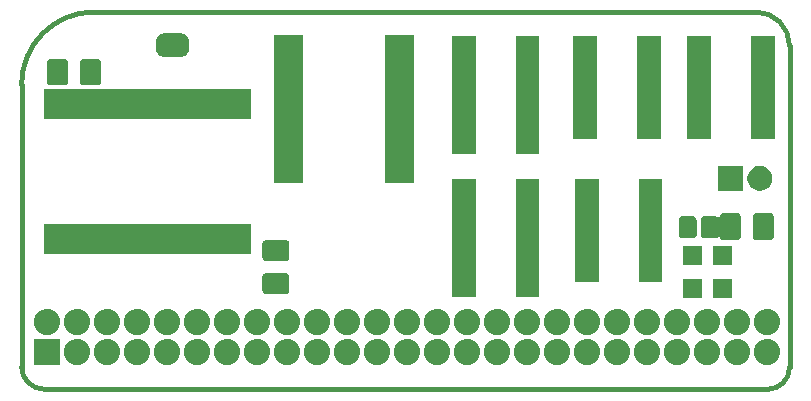
<source format=gts>
G04 #@! TF.GenerationSoftware,KiCad,Pcbnew,5.0.2+dfsg1-1*
G04 #@! TF.CreationDate,2021-03-03T18:09:01+01:00*
G04 #@! TF.ProjectId,nova,6e6f7661-2e6b-4696-9361-645f70636258,2020*
G04 #@! TF.SameCoordinates,Original*
G04 #@! TF.FileFunction,Soldermask,Top*
G04 #@! TF.FilePolarity,Negative*
%FSLAX46Y46*%
G04 Gerber Fmt 4.6, Leading zero omitted, Abs format (unit mm)*
G04 Created by KiCad (PCBNEW 5.0.2+dfsg1-1) date mer. 03 mars 2021 18:09:01 CET*
%MOMM*%
%LPD*%
G01*
G04 APERTURE LIST*
%ADD10C,0.381000*%
%ADD11C,0.150000*%
G04 APERTURE END LIST*
D10*
X112014000Y-68262500D02*
G75*
G02X110172500Y-70104000I-1841500J0D01*
G01*
X48895000Y-70104000D02*
G75*
G02X46990000Y-68199000I0J1905000D01*
G01*
X109156500Y-38163500D02*
G75*
G02X112014000Y-41021000I0J-2857500D01*
G01*
X46990000Y-44323000D02*
G75*
G02X53149500Y-38163500I6159500J0D01*
G01*
X110172500Y-70104000D02*
X48895000Y-70104000D01*
X112014000Y-41021000D02*
X112014000Y-68262500D01*
X53149500Y-38163500D02*
X109156500Y-38163500D01*
X46990000Y-68199000D02*
X46990000Y-44323000D01*
D11*
G36*
X50253000Y-68033000D02*
X48045000Y-68033000D01*
X48045000Y-65825000D01*
X50253000Y-65825000D01*
X50253000Y-68033000D01*
X50253000Y-68033000D01*
G37*
G36*
X97625423Y-65840974D02*
X97833526Y-65904102D01*
X98025313Y-66006614D01*
X98193423Y-66144577D01*
X98331386Y-66312687D01*
X98433898Y-66504474D01*
X98497026Y-66712577D01*
X98518341Y-66929000D01*
X98497026Y-67145423D01*
X98433898Y-67353526D01*
X98331386Y-67545313D01*
X98193423Y-67713423D01*
X98025313Y-67851386D01*
X97833526Y-67953898D01*
X97625423Y-68017026D01*
X97463231Y-68033000D01*
X97354769Y-68033000D01*
X97192577Y-68017026D01*
X96984474Y-67953898D01*
X96792687Y-67851386D01*
X96624577Y-67713423D01*
X96486614Y-67545313D01*
X96384102Y-67353526D01*
X96320974Y-67145423D01*
X96299659Y-66929000D01*
X96320974Y-66712577D01*
X96384102Y-66504474D01*
X96486614Y-66312687D01*
X96624577Y-66144577D01*
X96792687Y-66006614D01*
X96984474Y-65904102D01*
X97192577Y-65840974D01*
X97354769Y-65825000D01*
X97463231Y-65825000D01*
X97625423Y-65840974D01*
X97625423Y-65840974D01*
G37*
G36*
X67145423Y-65840974D02*
X67353526Y-65904102D01*
X67545313Y-66006614D01*
X67713423Y-66144577D01*
X67851386Y-66312687D01*
X67953898Y-66504474D01*
X68017026Y-66712577D01*
X68038341Y-66929000D01*
X68017026Y-67145423D01*
X67953898Y-67353526D01*
X67851386Y-67545313D01*
X67713423Y-67713423D01*
X67545313Y-67851386D01*
X67353526Y-67953898D01*
X67145423Y-68017026D01*
X66983231Y-68033000D01*
X66874769Y-68033000D01*
X66712577Y-68017026D01*
X66504474Y-67953898D01*
X66312687Y-67851386D01*
X66144577Y-67713423D01*
X66006614Y-67545313D01*
X65904102Y-67353526D01*
X65840974Y-67145423D01*
X65819659Y-66929000D01*
X65840974Y-66712577D01*
X65904102Y-66504474D01*
X66006614Y-66312687D01*
X66144577Y-66144577D01*
X66312687Y-66006614D01*
X66504474Y-65904102D01*
X66712577Y-65840974D01*
X66874769Y-65825000D01*
X66983231Y-65825000D01*
X67145423Y-65840974D01*
X67145423Y-65840974D01*
G37*
G36*
X69685423Y-65840974D02*
X69893526Y-65904102D01*
X70085313Y-66006614D01*
X70253423Y-66144577D01*
X70391386Y-66312687D01*
X70493898Y-66504474D01*
X70557026Y-66712577D01*
X70578341Y-66929000D01*
X70557026Y-67145423D01*
X70493898Y-67353526D01*
X70391386Y-67545313D01*
X70253423Y-67713423D01*
X70085313Y-67851386D01*
X69893526Y-67953898D01*
X69685423Y-68017026D01*
X69523231Y-68033000D01*
X69414769Y-68033000D01*
X69252577Y-68017026D01*
X69044474Y-67953898D01*
X68852687Y-67851386D01*
X68684577Y-67713423D01*
X68546614Y-67545313D01*
X68444102Y-67353526D01*
X68380974Y-67145423D01*
X68359659Y-66929000D01*
X68380974Y-66712577D01*
X68444102Y-66504474D01*
X68546614Y-66312687D01*
X68684577Y-66144577D01*
X68852687Y-66006614D01*
X69044474Y-65904102D01*
X69252577Y-65840974D01*
X69414769Y-65825000D01*
X69523231Y-65825000D01*
X69685423Y-65840974D01*
X69685423Y-65840974D01*
G37*
G36*
X72225423Y-65840974D02*
X72433526Y-65904102D01*
X72625313Y-66006614D01*
X72793423Y-66144577D01*
X72931386Y-66312687D01*
X73033898Y-66504474D01*
X73097026Y-66712577D01*
X73118341Y-66929000D01*
X73097026Y-67145423D01*
X73033898Y-67353526D01*
X72931386Y-67545313D01*
X72793423Y-67713423D01*
X72625313Y-67851386D01*
X72433526Y-67953898D01*
X72225423Y-68017026D01*
X72063231Y-68033000D01*
X71954769Y-68033000D01*
X71792577Y-68017026D01*
X71584474Y-67953898D01*
X71392687Y-67851386D01*
X71224577Y-67713423D01*
X71086614Y-67545313D01*
X70984102Y-67353526D01*
X70920974Y-67145423D01*
X70899659Y-66929000D01*
X70920974Y-66712577D01*
X70984102Y-66504474D01*
X71086614Y-66312687D01*
X71224577Y-66144577D01*
X71392687Y-66006614D01*
X71584474Y-65904102D01*
X71792577Y-65840974D01*
X71954769Y-65825000D01*
X72063231Y-65825000D01*
X72225423Y-65840974D01*
X72225423Y-65840974D01*
G37*
G36*
X74765423Y-65840974D02*
X74973526Y-65904102D01*
X75165313Y-66006614D01*
X75333423Y-66144577D01*
X75471386Y-66312687D01*
X75573898Y-66504474D01*
X75637026Y-66712577D01*
X75658341Y-66929000D01*
X75637026Y-67145423D01*
X75573898Y-67353526D01*
X75471386Y-67545313D01*
X75333423Y-67713423D01*
X75165313Y-67851386D01*
X74973526Y-67953898D01*
X74765423Y-68017026D01*
X74603231Y-68033000D01*
X74494769Y-68033000D01*
X74332577Y-68017026D01*
X74124474Y-67953898D01*
X73932687Y-67851386D01*
X73764577Y-67713423D01*
X73626614Y-67545313D01*
X73524102Y-67353526D01*
X73460974Y-67145423D01*
X73439659Y-66929000D01*
X73460974Y-66712577D01*
X73524102Y-66504474D01*
X73626614Y-66312687D01*
X73764577Y-66144577D01*
X73932687Y-66006614D01*
X74124474Y-65904102D01*
X74332577Y-65840974D01*
X74494769Y-65825000D01*
X74603231Y-65825000D01*
X74765423Y-65840974D01*
X74765423Y-65840974D01*
G37*
G36*
X77305423Y-65840974D02*
X77513526Y-65904102D01*
X77705313Y-66006614D01*
X77873423Y-66144577D01*
X78011386Y-66312687D01*
X78113898Y-66504474D01*
X78177026Y-66712577D01*
X78198341Y-66929000D01*
X78177026Y-67145423D01*
X78113898Y-67353526D01*
X78011386Y-67545313D01*
X77873423Y-67713423D01*
X77705313Y-67851386D01*
X77513526Y-67953898D01*
X77305423Y-68017026D01*
X77143231Y-68033000D01*
X77034769Y-68033000D01*
X76872577Y-68017026D01*
X76664474Y-67953898D01*
X76472687Y-67851386D01*
X76304577Y-67713423D01*
X76166614Y-67545313D01*
X76064102Y-67353526D01*
X76000974Y-67145423D01*
X75979659Y-66929000D01*
X76000974Y-66712577D01*
X76064102Y-66504474D01*
X76166614Y-66312687D01*
X76304577Y-66144577D01*
X76472687Y-66006614D01*
X76664474Y-65904102D01*
X76872577Y-65840974D01*
X77034769Y-65825000D01*
X77143231Y-65825000D01*
X77305423Y-65840974D01*
X77305423Y-65840974D01*
G37*
G36*
X79845423Y-65840974D02*
X80053526Y-65904102D01*
X80245313Y-66006614D01*
X80413423Y-66144577D01*
X80551386Y-66312687D01*
X80653898Y-66504474D01*
X80717026Y-66712577D01*
X80738341Y-66929000D01*
X80717026Y-67145423D01*
X80653898Y-67353526D01*
X80551386Y-67545313D01*
X80413423Y-67713423D01*
X80245313Y-67851386D01*
X80053526Y-67953898D01*
X79845423Y-68017026D01*
X79683231Y-68033000D01*
X79574769Y-68033000D01*
X79412577Y-68017026D01*
X79204474Y-67953898D01*
X79012687Y-67851386D01*
X78844577Y-67713423D01*
X78706614Y-67545313D01*
X78604102Y-67353526D01*
X78540974Y-67145423D01*
X78519659Y-66929000D01*
X78540974Y-66712577D01*
X78604102Y-66504474D01*
X78706614Y-66312687D01*
X78844577Y-66144577D01*
X79012687Y-66006614D01*
X79204474Y-65904102D01*
X79412577Y-65840974D01*
X79574769Y-65825000D01*
X79683231Y-65825000D01*
X79845423Y-65840974D01*
X79845423Y-65840974D01*
G37*
G36*
X82385423Y-65840974D02*
X82593526Y-65904102D01*
X82785313Y-66006614D01*
X82953423Y-66144577D01*
X83091386Y-66312687D01*
X83193898Y-66504474D01*
X83257026Y-66712577D01*
X83278341Y-66929000D01*
X83257026Y-67145423D01*
X83193898Y-67353526D01*
X83091386Y-67545313D01*
X82953423Y-67713423D01*
X82785313Y-67851386D01*
X82593526Y-67953898D01*
X82385423Y-68017026D01*
X82223231Y-68033000D01*
X82114769Y-68033000D01*
X81952577Y-68017026D01*
X81744474Y-67953898D01*
X81552687Y-67851386D01*
X81384577Y-67713423D01*
X81246614Y-67545313D01*
X81144102Y-67353526D01*
X81080974Y-67145423D01*
X81059659Y-66929000D01*
X81080974Y-66712577D01*
X81144102Y-66504474D01*
X81246614Y-66312687D01*
X81384577Y-66144577D01*
X81552687Y-66006614D01*
X81744474Y-65904102D01*
X81952577Y-65840974D01*
X82114769Y-65825000D01*
X82223231Y-65825000D01*
X82385423Y-65840974D01*
X82385423Y-65840974D01*
G37*
G36*
X84925423Y-65840974D02*
X85133526Y-65904102D01*
X85325313Y-66006614D01*
X85493423Y-66144577D01*
X85631386Y-66312687D01*
X85733898Y-66504474D01*
X85797026Y-66712577D01*
X85818341Y-66929000D01*
X85797026Y-67145423D01*
X85733898Y-67353526D01*
X85631386Y-67545313D01*
X85493423Y-67713423D01*
X85325313Y-67851386D01*
X85133526Y-67953898D01*
X84925423Y-68017026D01*
X84763231Y-68033000D01*
X84654769Y-68033000D01*
X84492577Y-68017026D01*
X84284474Y-67953898D01*
X84092687Y-67851386D01*
X83924577Y-67713423D01*
X83786614Y-67545313D01*
X83684102Y-67353526D01*
X83620974Y-67145423D01*
X83599659Y-66929000D01*
X83620974Y-66712577D01*
X83684102Y-66504474D01*
X83786614Y-66312687D01*
X83924577Y-66144577D01*
X84092687Y-66006614D01*
X84284474Y-65904102D01*
X84492577Y-65840974D01*
X84654769Y-65825000D01*
X84763231Y-65825000D01*
X84925423Y-65840974D01*
X84925423Y-65840974D01*
G37*
G36*
X87465423Y-65840974D02*
X87673526Y-65904102D01*
X87865313Y-66006614D01*
X88033423Y-66144577D01*
X88171386Y-66312687D01*
X88273898Y-66504474D01*
X88337026Y-66712577D01*
X88358341Y-66929000D01*
X88337026Y-67145423D01*
X88273898Y-67353526D01*
X88171386Y-67545313D01*
X88033423Y-67713423D01*
X87865313Y-67851386D01*
X87673526Y-67953898D01*
X87465423Y-68017026D01*
X87303231Y-68033000D01*
X87194769Y-68033000D01*
X87032577Y-68017026D01*
X86824474Y-67953898D01*
X86632687Y-67851386D01*
X86464577Y-67713423D01*
X86326614Y-67545313D01*
X86224102Y-67353526D01*
X86160974Y-67145423D01*
X86139659Y-66929000D01*
X86160974Y-66712577D01*
X86224102Y-66504474D01*
X86326614Y-66312687D01*
X86464577Y-66144577D01*
X86632687Y-66006614D01*
X86824474Y-65904102D01*
X87032577Y-65840974D01*
X87194769Y-65825000D01*
X87303231Y-65825000D01*
X87465423Y-65840974D01*
X87465423Y-65840974D01*
G37*
G36*
X90005423Y-65840974D02*
X90213526Y-65904102D01*
X90405313Y-66006614D01*
X90573423Y-66144577D01*
X90711386Y-66312687D01*
X90813898Y-66504474D01*
X90877026Y-66712577D01*
X90898341Y-66929000D01*
X90877026Y-67145423D01*
X90813898Y-67353526D01*
X90711386Y-67545313D01*
X90573423Y-67713423D01*
X90405313Y-67851386D01*
X90213526Y-67953898D01*
X90005423Y-68017026D01*
X89843231Y-68033000D01*
X89734769Y-68033000D01*
X89572577Y-68017026D01*
X89364474Y-67953898D01*
X89172687Y-67851386D01*
X89004577Y-67713423D01*
X88866614Y-67545313D01*
X88764102Y-67353526D01*
X88700974Y-67145423D01*
X88679659Y-66929000D01*
X88700974Y-66712577D01*
X88764102Y-66504474D01*
X88866614Y-66312687D01*
X89004577Y-66144577D01*
X89172687Y-66006614D01*
X89364474Y-65904102D01*
X89572577Y-65840974D01*
X89734769Y-65825000D01*
X89843231Y-65825000D01*
X90005423Y-65840974D01*
X90005423Y-65840974D01*
G37*
G36*
X92545423Y-65840974D02*
X92753526Y-65904102D01*
X92945313Y-66006614D01*
X93113423Y-66144577D01*
X93251386Y-66312687D01*
X93353898Y-66504474D01*
X93417026Y-66712577D01*
X93438341Y-66929000D01*
X93417026Y-67145423D01*
X93353898Y-67353526D01*
X93251386Y-67545313D01*
X93113423Y-67713423D01*
X92945313Y-67851386D01*
X92753526Y-67953898D01*
X92545423Y-68017026D01*
X92383231Y-68033000D01*
X92274769Y-68033000D01*
X92112577Y-68017026D01*
X91904474Y-67953898D01*
X91712687Y-67851386D01*
X91544577Y-67713423D01*
X91406614Y-67545313D01*
X91304102Y-67353526D01*
X91240974Y-67145423D01*
X91219659Y-66929000D01*
X91240974Y-66712577D01*
X91304102Y-66504474D01*
X91406614Y-66312687D01*
X91544577Y-66144577D01*
X91712687Y-66006614D01*
X91904474Y-65904102D01*
X92112577Y-65840974D01*
X92274769Y-65825000D01*
X92383231Y-65825000D01*
X92545423Y-65840974D01*
X92545423Y-65840974D01*
G37*
G36*
X100165423Y-65840974D02*
X100373526Y-65904102D01*
X100565313Y-66006614D01*
X100733423Y-66144577D01*
X100871386Y-66312687D01*
X100973898Y-66504474D01*
X101037026Y-66712577D01*
X101058341Y-66929000D01*
X101037026Y-67145423D01*
X100973898Y-67353526D01*
X100871386Y-67545313D01*
X100733423Y-67713423D01*
X100565313Y-67851386D01*
X100373526Y-67953898D01*
X100165423Y-68017026D01*
X100003231Y-68033000D01*
X99894769Y-68033000D01*
X99732577Y-68017026D01*
X99524474Y-67953898D01*
X99332687Y-67851386D01*
X99164577Y-67713423D01*
X99026614Y-67545313D01*
X98924102Y-67353526D01*
X98860974Y-67145423D01*
X98839659Y-66929000D01*
X98860974Y-66712577D01*
X98924102Y-66504474D01*
X99026614Y-66312687D01*
X99164577Y-66144577D01*
X99332687Y-66006614D01*
X99524474Y-65904102D01*
X99732577Y-65840974D01*
X99894769Y-65825000D01*
X100003231Y-65825000D01*
X100165423Y-65840974D01*
X100165423Y-65840974D01*
G37*
G36*
X95085423Y-65840974D02*
X95293526Y-65904102D01*
X95485313Y-66006614D01*
X95653423Y-66144577D01*
X95791386Y-66312687D01*
X95893898Y-66504474D01*
X95957026Y-66712577D01*
X95978341Y-66929000D01*
X95957026Y-67145423D01*
X95893898Y-67353526D01*
X95791386Y-67545313D01*
X95653423Y-67713423D01*
X95485313Y-67851386D01*
X95293526Y-67953898D01*
X95085423Y-68017026D01*
X94923231Y-68033000D01*
X94814769Y-68033000D01*
X94652577Y-68017026D01*
X94444474Y-67953898D01*
X94252687Y-67851386D01*
X94084577Y-67713423D01*
X93946614Y-67545313D01*
X93844102Y-67353526D01*
X93780974Y-67145423D01*
X93759659Y-66929000D01*
X93780974Y-66712577D01*
X93844102Y-66504474D01*
X93946614Y-66312687D01*
X94084577Y-66144577D01*
X94252687Y-66006614D01*
X94444474Y-65904102D01*
X94652577Y-65840974D01*
X94814769Y-65825000D01*
X94923231Y-65825000D01*
X95085423Y-65840974D01*
X95085423Y-65840974D01*
G37*
G36*
X51905423Y-65840974D02*
X52113526Y-65904102D01*
X52305313Y-66006614D01*
X52473423Y-66144577D01*
X52611386Y-66312687D01*
X52713898Y-66504474D01*
X52777026Y-66712577D01*
X52798341Y-66929000D01*
X52777026Y-67145423D01*
X52713898Y-67353526D01*
X52611386Y-67545313D01*
X52473423Y-67713423D01*
X52305313Y-67851386D01*
X52113526Y-67953898D01*
X51905423Y-68017026D01*
X51743231Y-68033000D01*
X51634769Y-68033000D01*
X51472577Y-68017026D01*
X51264474Y-67953898D01*
X51072687Y-67851386D01*
X50904577Y-67713423D01*
X50766614Y-67545313D01*
X50664102Y-67353526D01*
X50600974Y-67145423D01*
X50579659Y-66929000D01*
X50600974Y-66712577D01*
X50664102Y-66504474D01*
X50766614Y-66312687D01*
X50904577Y-66144577D01*
X51072687Y-66006614D01*
X51264474Y-65904102D01*
X51472577Y-65840974D01*
X51634769Y-65825000D01*
X51743231Y-65825000D01*
X51905423Y-65840974D01*
X51905423Y-65840974D01*
G37*
G36*
X54445423Y-65840974D02*
X54653526Y-65904102D01*
X54845313Y-66006614D01*
X55013423Y-66144577D01*
X55151386Y-66312687D01*
X55253898Y-66504474D01*
X55317026Y-66712577D01*
X55338341Y-66929000D01*
X55317026Y-67145423D01*
X55253898Y-67353526D01*
X55151386Y-67545313D01*
X55013423Y-67713423D01*
X54845313Y-67851386D01*
X54653526Y-67953898D01*
X54445423Y-68017026D01*
X54283231Y-68033000D01*
X54174769Y-68033000D01*
X54012577Y-68017026D01*
X53804474Y-67953898D01*
X53612687Y-67851386D01*
X53444577Y-67713423D01*
X53306614Y-67545313D01*
X53204102Y-67353526D01*
X53140974Y-67145423D01*
X53119659Y-66929000D01*
X53140974Y-66712577D01*
X53204102Y-66504474D01*
X53306614Y-66312687D01*
X53444577Y-66144577D01*
X53612687Y-66006614D01*
X53804474Y-65904102D01*
X54012577Y-65840974D01*
X54174769Y-65825000D01*
X54283231Y-65825000D01*
X54445423Y-65840974D01*
X54445423Y-65840974D01*
G37*
G36*
X110325423Y-65840974D02*
X110533526Y-65904102D01*
X110725313Y-66006614D01*
X110893423Y-66144577D01*
X111031386Y-66312687D01*
X111133898Y-66504474D01*
X111197026Y-66712577D01*
X111218341Y-66929000D01*
X111197026Y-67145423D01*
X111133898Y-67353526D01*
X111031386Y-67545313D01*
X110893423Y-67713423D01*
X110725313Y-67851386D01*
X110533526Y-67953898D01*
X110325423Y-68017026D01*
X110163231Y-68033000D01*
X110054769Y-68033000D01*
X109892577Y-68017026D01*
X109684474Y-67953898D01*
X109492687Y-67851386D01*
X109324577Y-67713423D01*
X109186614Y-67545313D01*
X109084102Y-67353526D01*
X109020974Y-67145423D01*
X108999659Y-66929000D01*
X109020974Y-66712577D01*
X109084102Y-66504474D01*
X109186614Y-66312687D01*
X109324577Y-66144577D01*
X109492687Y-66006614D01*
X109684474Y-65904102D01*
X109892577Y-65840974D01*
X110054769Y-65825000D01*
X110163231Y-65825000D01*
X110325423Y-65840974D01*
X110325423Y-65840974D01*
G37*
G36*
X56985423Y-65840974D02*
X57193526Y-65904102D01*
X57385313Y-66006614D01*
X57553423Y-66144577D01*
X57691386Y-66312687D01*
X57793898Y-66504474D01*
X57857026Y-66712577D01*
X57878341Y-66929000D01*
X57857026Y-67145423D01*
X57793898Y-67353526D01*
X57691386Y-67545313D01*
X57553423Y-67713423D01*
X57385313Y-67851386D01*
X57193526Y-67953898D01*
X56985423Y-68017026D01*
X56823231Y-68033000D01*
X56714769Y-68033000D01*
X56552577Y-68017026D01*
X56344474Y-67953898D01*
X56152687Y-67851386D01*
X55984577Y-67713423D01*
X55846614Y-67545313D01*
X55744102Y-67353526D01*
X55680974Y-67145423D01*
X55659659Y-66929000D01*
X55680974Y-66712577D01*
X55744102Y-66504474D01*
X55846614Y-66312687D01*
X55984577Y-66144577D01*
X56152687Y-66006614D01*
X56344474Y-65904102D01*
X56552577Y-65840974D01*
X56714769Y-65825000D01*
X56823231Y-65825000D01*
X56985423Y-65840974D01*
X56985423Y-65840974D01*
G37*
G36*
X59525423Y-65840974D02*
X59733526Y-65904102D01*
X59925313Y-66006614D01*
X60093423Y-66144577D01*
X60231386Y-66312687D01*
X60333898Y-66504474D01*
X60397026Y-66712577D01*
X60418341Y-66929000D01*
X60397026Y-67145423D01*
X60333898Y-67353526D01*
X60231386Y-67545313D01*
X60093423Y-67713423D01*
X59925313Y-67851386D01*
X59733526Y-67953898D01*
X59525423Y-68017026D01*
X59363231Y-68033000D01*
X59254769Y-68033000D01*
X59092577Y-68017026D01*
X58884474Y-67953898D01*
X58692687Y-67851386D01*
X58524577Y-67713423D01*
X58386614Y-67545313D01*
X58284102Y-67353526D01*
X58220974Y-67145423D01*
X58199659Y-66929000D01*
X58220974Y-66712577D01*
X58284102Y-66504474D01*
X58386614Y-66312687D01*
X58524577Y-66144577D01*
X58692687Y-66006614D01*
X58884474Y-65904102D01*
X59092577Y-65840974D01*
X59254769Y-65825000D01*
X59363231Y-65825000D01*
X59525423Y-65840974D01*
X59525423Y-65840974D01*
G37*
G36*
X62065423Y-65840974D02*
X62273526Y-65904102D01*
X62465313Y-66006614D01*
X62633423Y-66144577D01*
X62771386Y-66312687D01*
X62873898Y-66504474D01*
X62937026Y-66712577D01*
X62958341Y-66929000D01*
X62937026Y-67145423D01*
X62873898Y-67353526D01*
X62771386Y-67545313D01*
X62633423Y-67713423D01*
X62465313Y-67851386D01*
X62273526Y-67953898D01*
X62065423Y-68017026D01*
X61903231Y-68033000D01*
X61794769Y-68033000D01*
X61632577Y-68017026D01*
X61424474Y-67953898D01*
X61232687Y-67851386D01*
X61064577Y-67713423D01*
X60926614Y-67545313D01*
X60824102Y-67353526D01*
X60760974Y-67145423D01*
X60739659Y-66929000D01*
X60760974Y-66712577D01*
X60824102Y-66504474D01*
X60926614Y-66312687D01*
X61064577Y-66144577D01*
X61232687Y-66006614D01*
X61424474Y-65904102D01*
X61632577Y-65840974D01*
X61794769Y-65825000D01*
X61903231Y-65825000D01*
X62065423Y-65840974D01*
X62065423Y-65840974D01*
G37*
G36*
X64605423Y-65840974D02*
X64813526Y-65904102D01*
X65005313Y-66006614D01*
X65173423Y-66144577D01*
X65311386Y-66312687D01*
X65413898Y-66504474D01*
X65477026Y-66712577D01*
X65498341Y-66929000D01*
X65477026Y-67145423D01*
X65413898Y-67353526D01*
X65311386Y-67545313D01*
X65173423Y-67713423D01*
X65005313Y-67851386D01*
X64813526Y-67953898D01*
X64605423Y-68017026D01*
X64443231Y-68033000D01*
X64334769Y-68033000D01*
X64172577Y-68017026D01*
X63964474Y-67953898D01*
X63772687Y-67851386D01*
X63604577Y-67713423D01*
X63466614Y-67545313D01*
X63364102Y-67353526D01*
X63300974Y-67145423D01*
X63279659Y-66929000D01*
X63300974Y-66712577D01*
X63364102Y-66504474D01*
X63466614Y-66312687D01*
X63604577Y-66144577D01*
X63772687Y-66006614D01*
X63964474Y-65904102D01*
X64172577Y-65840974D01*
X64334769Y-65825000D01*
X64443231Y-65825000D01*
X64605423Y-65840974D01*
X64605423Y-65840974D01*
G37*
G36*
X107785423Y-65840974D02*
X107993526Y-65904102D01*
X108185313Y-66006614D01*
X108353423Y-66144577D01*
X108491386Y-66312687D01*
X108593898Y-66504474D01*
X108657026Y-66712577D01*
X108678341Y-66929000D01*
X108657026Y-67145423D01*
X108593898Y-67353526D01*
X108491386Y-67545313D01*
X108353423Y-67713423D01*
X108185313Y-67851386D01*
X107993526Y-67953898D01*
X107785423Y-68017026D01*
X107623231Y-68033000D01*
X107514769Y-68033000D01*
X107352577Y-68017026D01*
X107144474Y-67953898D01*
X106952687Y-67851386D01*
X106784577Y-67713423D01*
X106646614Y-67545313D01*
X106544102Y-67353526D01*
X106480974Y-67145423D01*
X106459659Y-66929000D01*
X106480974Y-66712577D01*
X106544102Y-66504474D01*
X106646614Y-66312687D01*
X106784577Y-66144577D01*
X106952687Y-66006614D01*
X107144474Y-65904102D01*
X107352577Y-65840974D01*
X107514769Y-65825000D01*
X107623231Y-65825000D01*
X107785423Y-65840974D01*
X107785423Y-65840974D01*
G37*
G36*
X105245423Y-65840974D02*
X105453526Y-65904102D01*
X105645313Y-66006614D01*
X105813423Y-66144577D01*
X105951386Y-66312687D01*
X106053898Y-66504474D01*
X106117026Y-66712577D01*
X106138341Y-66929000D01*
X106117026Y-67145423D01*
X106053898Y-67353526D01*
X105951386Y-67545313D01*
X105813423Y-67713423D01*
X105645313Y-67851386D01*
X105453526Y-67953898D01*
X105245423Y-68017026D01*
X105083231Y-68033000D01*
X104974769Y-68033000D01*
X104812577Y-68017026D01*
X104604474Y-67953898D01*
X104412687Y-67851386D01*
X104244577Y-67713423D01*
X104106614Y-67545313D01*
X104004102Y-67353526D01*
X103940974Y-67145423D01*
X103919659Y-66929000D01*
X103940974Y-66712577D01*
X104004102Y-66504474D01*
X104106614Y-66312687D01*
X104244577Y-66144577D01*
X104412687Y-66006614D01*
X104604474Y-65904102D01*
X104812577Y-65840974D01*
X104974769Y-65825000D01*
X105083231Y-65825000D01*
X105245423Y-65840974D01*
X105245423Y-65840974D01*
G37*
G36*
X102705423Y-65840974D02*
X102913526Y-65904102D01*
X103105313Y-66006614D01*
X103273423Y-66144577D01*
X103411386Y-66312687D01*
X103513898Y-66504474D01*
X103577026Y-66712577D01*
X103598341Y-66929000D01*
X103577026Y-67145423D01*
X103513898Y-67353526D01*
X103411386Y-67545313D01*
X103273423Y-67713423D01*
X103105313Y-67851386D01*
X102913526Y-67953898D01*
X102705423Y-68017026D01*
X102543231Y-68033000D01*
X102434769Y-68033000D01*
X102272577Y-68017026D01*
X102064474Y-67953898D01*
X101872687Y-67851386D01*
X101704577Y-67713423D01*
X101566614Y-67545313D01*
X101464102Y-67353526D01*
X101400974Y-67145423D01*
X101379659Y-66929000D01*
X101400974Y-66712577D01*
X101464102Y-66504474D01*
X101566614Y-66312687D01*
X101704577Y-66144577D01*
X101872687Y-66006614D01*
X102064474Y-65904102D01*
X102272577Y-65840974D01*
X102434769Y-65825000D01*
X102543231Y-65825000D01*
X102705423Y-65840974D01*
X102705423Y-65840974D01*
G37*
G36*
X95085423Y-63300974D02*
X95293526Y-63364102D01*
X95485313Y-63466614D01*
X95653423Y-63604577D01*
X95791386Y-63772687D01*
X95893898Y-63964474D01*
X95957026Y-64172577D01*
X95978341Y-64389000D01*
X95957026Y-64605423D01*
X95893898Y-64813526D01*
X95791386Y-65005313D01*
X95653423Y-65173423D01*
X95485313Y-65311386D01*
X95293526Y-65413898D01*
X95085423Y-65477026D01*
X94923231Y-65493000D01*
X94814769Y-65493000D01*
X94652577Y-65477026D01*
X94444474Y-65413898D01*
X94252687Y-65311386D01*
X94084577Y-65173423D01*
X93946614Y-65005313D01*
X93844102Y-64813526D01*
X93780974Y-64605423D01*
X93759659Y-64389000D01*
X93780974Y-64172577D01*
X93844102Y-63964474D01*
X93946614Y-63772687D01*
X94084577Y-63604577D01*
X94252687Y-63466614D01*
X94444474Y-63364102D01*
X94652577Y-63300974D01*
X94814769Y-63285000D01*
X94923231Y-63285000D01*
X95085423Y-63300974D01*
X95085423Y-63300974D01*
G37*
G36*
X92545423Y-63300974D02*
X92753526Y-63364102D01*
X92945313Y-63466614D01*
X93113423Y-63604577D01*
X93251386Y-63772687D01*
X93353898Y-63964474D01*
X93417026Y-64172577D01*
X93438341Y-64389000D01*
X93417026Y-64605423D01*
X93353898Y-64813526D01*
X93251386Y-65005313D01*
X93113423Y-65173423D01*
X92945313Y-65311386D01*
X92753526Y-65413898D01*
X92545423Y-65477026D01*
X92383231Y-65493000D01*
X92274769Y-65493000D01*
X92112577Y-65477026D01*
X91904474Y-65413898D01*
X91712687Y-65311386D01*
X91544577Y-65173423D01*
X91406614Y-65005313D01*
X91304102Y-64813526D01*
X91240974Y-64605423D01*
X91219659Y-64389000D01*
X91240974Y-64172577D01*
X91304102Y-63964474D01*
X91406614Y-63772687D01*
X91544577Y-63604577D01*
X91712687Y-63466614D01*
X91904474Y-63364102D01*
X92112577Y-63300974D01*
X92274769Y-63285000D01*
X92383231Y-63285000D01*
X92545423Y-63300974D01*
X92545423Y-63300974D01*
G37*
G36*
X62065423Y-63300974D02*
X62273526Y-63364102D01*
X62465313Y-63466614D01*
X62633423Y-63604577D01*
X62771386Y-63772687D01*
X62873898Y-63964474D01*
X62937026Y-64172577D01*
X62958341Y-64389000D01*
X62937026Y-64605423D01*
X62873898Y-64813526D01*
X62771386Y-65005313D01*
X62633423Y-65173423D01*
X62465313Y-65311386D01*
X62273526Y-65413898D01*
X62065423Y-65477026D01*
X61903231Y-65493000D01*
X61794769Y-65493000D01*
X61632577Y-65477026D01*
X61424474Y-65413898D01*
X61232687Y-65311386D01*
X61064577Y-65173423D01*
X60926614Y-65005313D01*
X60824102Y-64813526D01*
X60760974Y-64605423D01*
X60739659Y-64389000D01*
X60760974Y-64172577D01*
X60824102Y-63964474D01*
X60926614Y-63772687D01*
X61064577Y-63604577D01*
X61232687Y-63466614D01*
X61424474Y-63364102D01*
X61632577Y-63300974D01*
X61794769Y-63285000D01*
X61903231Y-63285000D01*
X62065423Y-63300974D01*
X62065423Y-63300974D01*
G37*
G36*
X90005423Y-63300974D02*
X90213526Y-63364102D01*
X90405313Y-63466614D01*
X90573423Y-63604577D01*
X90711386Y-63772687D01*
X90813898Y-63964474D01*
X90877026Y-64172577D01*
X90898341Y-64389000D01*
X90877026Y-64605423D01*
X90813898Y-64813526D01*
X90711386Y-65005313D01*
X90573423Y-65173423D01*
X90405313Y-65311386D01*
X90213526Y-65413898D01*
X90005423Y-65477026D01*
X89843231Y-65493000D01*
X89734769Y-65493000D01*
X89572577Y-65477026D01*
X89364474Y-65413898D01*
X89172687Y-65311386D01*
X89004577Y-65173423D01*
X88866614Y-65005313D01*
X88764102Y-64813526D01*
X88700974Y-64605423D01*
X88679659Y-64389000D01*
X88700974Y-64172577D01*
X88764102Y-63964474D01*
X88866614Y-63772687D01*
X89004577Y-63604577D01*
X89172687Y-63466614D01*
X89364474Y-63364102D01*
X89572577Y-63300974D01*
X89734769Y-63285000D01*
X89843231Y-63285000D01*
X90005423Y-63300974D01*
X90005423Y-63300974D01*
G37*
G36*
X82385423Y-63300974D02*
X82593526Y-63364102D01*
X82785313Y-63466614D01*
X82953423Y-63604577D01*
X83091386Y-63772687D01*
X83193898Y-63964474D01*
X83257026Y-64172577D01*
X83278341Y-64389000D01*
X83257026Y-64605423D01*
X83193898Y-64813526D01*
X83091386Y-65005313D01*
X82953423Y-65173423D01*
X82785313Y-65311386D01*
X82593526Y-65413898D01*
X82385423Y-65477026D01*
X82223231Y-65493000D01*
X82114769Y-65493000D01*
X81952577Y-65477026D01*
X81744474Y-65413898D01*
X81552687Y-65311386D01*
X81384577Y-65173423D01*
X81246614Y-65005313D01*
X81144102Y-64813526D01*
X81080974Y-64605423D01*
X81059659Y-64389000D01*
X81080974Y-64172577D01*
X81144102Y-63964474D01*
X81246614Y-63772687D01*
X81384577Y-63604577D01*
X81552687Y-63466614D01*
X81744474Y-63364102D01*
X81952577Y-63300974D01*
X82114769Y-63285000D01*
X82223231Y-63285000D01*
X82385423Y-63300974D01*
X82385423Y-63300974D01*
G37*
G36*
X87465423Y-63300974D02*
X87673526Y-63364102D01*
X87865313Y-63466614D01*
X88033423Y-63604577D01*
X88171386Y-63772687D01*
X88273898Y-63964474D01*
X88337026Y-64172577D01*
X88358341Y-64389000D01*
X88337026Y-64605423D01*
X88273898Y-64813526D01*
X88171386Y-65005313D01*
X88033423Y-65173423D01*
X87865313Y-65311386D01*
X87673526Y-65413898D01*
X87465423Y-65477026D01*
X87303231Y-65493000D01*
X87194769Y-65493000D01*
X87032577Y-65477026D01*
X86824474Y-65413898D01*
X86632687Y-65311386D01*
X86464577Y-65173423D01*
X86326614Y-65005313D01*
X86224102Y-64813526D01*
X86160974Y-64605423D01*
X86139659Y-64389000D01*
X86160974Y-64172577D01*
X86224102Y-63964474D01*
X86326614Y-63772687D01*
X86464577Y-63604577D01*
X86632687Y-63466614D01*
X86824474Y-63364102D01*
X87032577Y-63300974D01*
X87194769Y-63285000D01*
X87303231Y-63285000D01*
X87465423Y-63300974D01*
X87465423Y-63300974D01*
G37*
G36*
X110325423Y-63300974D02*
X110533526Y-63364102D01*
X110725313Y-63466614D01*
X110893423Y-63604577D01*
X111031386Y-63772687D01*
X111133898Y-63964474D01*
X111197026Y-64172577D01*
X111218341Y-64389000D01*
X111197026Y-64605423D01*
X111133898Y-64813526D01*
X111031386Y-65005313D01*
X110893423Y-65173423D01*
X110725313Y-65311386D01*
X110533526Y-65413898D01*
X110325423Y-65477026D01*
X110163231Y-65493000D01*
X110054769Y-65493000D01*
X109892577Y-65477026D01*
X109684474Y-65413898D01*
X109492687Y-65311386D01*
X109324577Y-65173423D01*
X109186614Y-65005313D01*
X109084102Y-64813526D01*
X109020974Y-64605423D01*
X108999659Y-64389000D01*
X109020974Y-64172577D01*
X109084102Y-63964474D01*
X109186614Y-63772687D01*
X109324577Y-63604577D01*
X109492687Y-63466614D01*
X109684474Y-63364102D01*
X109892577Y-63300974D01*
X110054769Y-63285000D01*
X110163231Y-63285000D01*
X110325423Y-63300974D01*
X110325423Y-63300974D01*
G37*
G36*
X59525423Y-63300974D02*
X59733526Y-63364102D01*
X59925313Y-63466614D01*
X60093423Y-63604577D01*
X60231386Y-63772687D01*
X60333898Y-63964474D01*
X60397026Y-64172577D01*
X60418341Y-64389000D01*
X60397026Y-64605423D01*
X60333898Y-64813526D01*
X60231386Y-65005313D01*
X60093423Y-65173423D01*
X59925313Y-65311386D01*
X59733526Y-65413898D01*
X59525423Y-65477026D01*
X59363231Y-65493000D01*
X59254769Y-65493000D01*
X59092577Y-65477026D01*
X58884474Y-65413898D01*
X58692687Y-65311386D01*
X58524577Y-65173423D01*
X58386614Y-65005313D01*
X58284102Y-64813526D01*
X58220974Y-64605423D01*
X58199659Y-64389000D01*
X58220974Y-64172577D01*
X58284102Y-63964474D01*
X58386614Y-63772687D01*
X58524577Y-63604577D01*
X58692687Y-63466614D01*
X58884474Y-63364102D01*
X59092577Y-63300974D01*
X59254769Y-63285000D01*
X59363231Y-63285000D01*
X59525423Y-63300974D01*
X59525423Y-63300974D01*
G37*
G36*
X56985423Y-63300974D02*
X57193526Y-63364102D01*
X57385313Y-63466614D01*
X57553423Y-63604577D01*
X57691386Y-63772687D01*
X57793898Y-63964474D01*
X57857026Y-64172577D01*
X57878341Y-64389000D01*
X57857026Y-64605423D01*
X57793898Y-64813526D01*
X57691386Y-65005313D01*
X57553423Y-65173423D01*
X57385313Y-65311386D01*
X57193526Y-65413898D01*
X56985423Y-65477026D01*
X56823231Y-65493000D01*
X56714769Y-65493000D01*
X56552577Y-65477026D01*
X56344474Y-65413898D01*
X56152687Y-65311386D01*
X55984577Y-65173423D01*
X55846614Y-65005313D01*
X55744102Y-64813526D01*
X55680974Y-64605423D01*
X55659659Y-64389000D01*
X55680974Y-64172577D01*
X55744102Y-63964474D01*
X55846614Y-63772687D01*
X55984577Y-63604577D01*
X56152687Y-63466614D01*
X56344474Y-63364102D01*
X56552577Y-63300974D01*
X56714769Y-63285000D01*
X56823231Y-63285000D01*
X56985423Y-63300974D01*
X56985423Y-63300974D01*
G37*
G36*
X54445423Y-63300974D02*
X54653526Y-63364102D01*
X54845313Y-63466614D01*
X55013423Y-63604577D01*
X55151386Y-63772687D01*
X55253898Y-63964474D01*
X55317026Y-64172577D01*
X55338341Y-64389000D01*
X55317026Y-64605423D01*
X55253898Y-64813526D01*
X55151386Y-65005313D01*
X55013423Y-65173423D01*
X54845313Y-65311386D01*
X54653526Y-65413898D01*
X54445423Y-65477026D01*
X54283231Y-65493000D01*
X54174769Y-65493000D01*
X54012577Y-65477026D01*
X53804474Y-65413898D01*
X53612687Y-65311386D01*
X53444577Y-65173423D01*
X53306614Y-65005313D01*
X53204102Y-64813526D01*
X53140974Y-64605423D01*
X53119659Y-64389000D01*
X53140974Y-64172577D01*
X53204102Y-63964474D01*
X53306614Y-63772687D01*
X53444577Y-63604577D01*
X53612687Y-63466614D01*
X53804474Y-63364102D01*
X54012577Y-63300974D01*
X54174769Y-63285000D01*
X54283231Y-63285000D01*
X54445423Y-63300974D01*
X54445423Y-63300974D01*
G37*
G36*
X51905423Y-63300974D02*
X52113526Y-63364102D01*
X52305313Y-63466614D01*
X52473423Y-63604577D01*
X52611386Y-63772687D01*
X52713898Y-63964474D01*
X52777026Y-64172577D01*
X52798341Y-64389000D01*
X52777026Y-64605423D01*
X52713898Y-64813526D01*
X52611386Y-65005313D01*
X52473423Y-65173423D01*
X52305313Y-65311386D01*
X52113526Y-65413898D01*
X51905423Y-65477026D01*
X51743231Y-65493000D01*
X51634769Y-65493000D01*
X51472577Y-65477026D01*
X51264474Y-65413898D01*
X51072687Y-65311386D01*
X50904577Y-65173423D01*
X50766614Y-65005313D01*
X50664102Y-64813526D01*
X50600974Y-64605423D01*
X50579659Y-64389000D01*
X50600974Y-64172577D01*
X50664102Y-63964474D01*
X50766614Y-63772687D01*
X50904577Y-63604577D01*
X51072687Y-63466614D01*
X51264474Y-63364102D01*
X51472577Y-63300974D01*
X51634769Y-63285000D01*
X51743231Y-63285000D01*
X51905423Y-63300974D01*
X51905423Y-63300974D01*
G37*
G36*
X49365423Y-63300974D02*
X49573526Y-63364102D01*
X49765313Y-63466614D01*
X49933423Y-63604577D01*
X50071386Y-63772687D01*
X50173898Y-63964474D01*
X50237026Y-64172577D01*
X50258341Y-64389000D01*
X50237026Y-64605423D01*
X50173898Y-64813526D01*
X50071386Y-65005313D01*
X49933423Y-65173423D01*
X49765313Y-65311386D01*
X49573526Y-65413898D01*
X49365423Y-65477026D01*
X49203231Y-65493000D01*
X49094769Y-65493000D01*
X48932577Y-65477026D01*
X48724474Y-65413898D01*
X48532687Y-65311386D01*
X48364577Y-65173423D01*
X48226614Y-65005313D01*
X48124102Y-64813526D01*
X48060974Y-64605423D01*
X48039659Y-64389000D01*
X48060974Y-64172577D01*
X48124102Y-63964474D01*
X48226614Y-63772687D01*
X48364577Y-63604577D01*
X48532687Y-63466614D01*
X48724474Y-63364102D01*
X48932577Y-63300974D01*
X49094769Y-63285000D01*
X49203231Y-63285000D01*
X49365423Y-63300974D01*
X49365423Y-63300974D01*
G37*
G36*
X84925423Y-63300974D02*
X85133526Y-63364102D01*
X85325313Y-63466614D01*
X85493423Y-63604577D01*
X85631386Y-63772687D01*
X85733898Y-63964474D01*
X85797026Y-64172577D01*
X85818341Y-64389000D01*
X85797026Y-64605423D01*
X85733898Y-64813526D01*
X85631386Y-65005313D01*
X85493423Y-65173423D01*
X85325313Y-65311386D01*
X85133526Y-65413898D01*
X84925423Y-65477026D01*
X84763231Y-65493000D01*
X84654769Y-65493000D01*
X84492577Y-65477026D01*
X84284474Y-65413898D01*
X84092687Y-65311386D01*
X83924577Y-65173423D01*
X83786614Y-65005313D01*
X83684102Y-64813526D01*
X83620974Y-64605423D01*
X83599659Y-64389000D01*
X83620974Y-64172577D01*
X83684102Y-63964474D01*
X83786614Y-63772687D01*
X83924577Y-63604577D01*
X84092687Y-63466614D01*
X84284474Y-63364102D01*
X84492577Y-63300974D01*
X84654769Y-63285000D01*
X84763231Y-63285000D01*
X84925423Y-63300974D01*
X84925423Y-63300974D01*
G37*
G36*
X79845423Y-63300974D02*
X80053526Y-63364102D01*
X80245313Y-63466614D01*
X80413423Y-63604577D01*
X80551386Y-63772687D01*
X80653898Y-63964474D01*
X80717026Y-64172577D01*
X80738341Y-64389000D01*
X80717026Y-64605423D01*
X80653898Y-64813526D01*
X80551386Y-65005313D01*
X80413423Y-65173423D01*
X80245313Y-65311386D01*
X80053526Y-65413898D01*
X79845423Y-65477026D01*
X79683231Y-65493000D01*
X79574769Y-65493000D01*
X79412577Y-65477026D01*
X79204474Y-65413898D01*
X79012687Y-65311386D01*
X78844577Y-65173423D01*
X78706614Y-65005313D01*
X78604102Y-64813526D01*
X78540974Y-64605423D01*
X78519659Y-64389000D01*
X78540974Y-64172577D01*
X78604102Y-63964474D01*
X78706614Y-63772687D01*
X78844577Y-63604577D01*
X79012687Y-63466614D01*
X79204474Y-63364102D01*
X79412577Y-63300974D01*
X79574769Y-63285000D01*
X79683231Y-63285000D01*
X79845423Y-63300974D01*
X79845423Y-63300974D01*
G37*
G36*
X64605423Y-63300974D02*
X64813526Y-63364102D01*
X65005313Y-63466614D01*
X65173423Y-63604577D01*
X65311386Y-63772687D01*
X65413898Y-63964474D01*
X65477026Y-64172577D01*
X65498341Y-64389000D01*
X65477026Y-64605423D01*
X65413898Y-64813526D01*
X65311386Y-65005313D01*
X65173423Y-65173423D01*
X65005313Y-65311386D01*
X64813526Y-65413898D01*
X64605423Y-65477026D01*
X64443231Y-65493000D01*
X64334769Y-65493000D01*
X64172577Y-65477026D01*
X63964474Y-65413898D01*
X63772687Y-65311386D01*
X63604577Y-65173423D01*
X63466614Y-65005313D01*
X63364102Y-64813526D01*
X63300974Y-64605423D01*
X63279659Y-64389000D01*
X63300974Y-64172577D01*
X63364102Y-63964474D01*
X63466614Y-63772687D01*
X63604577Y-63604577D01*
X63772687Y-63466614D01*
X63964474Y-63364102D01*
X64172577Y-63300974D01*
X64334769Y-63285000D01*
X64443231Y-63285000D01*
X64605423Y-63300974D01*
X64605423Y-63300974D01*
G37*
G36*
X67145423Y-63300974D02*
X67353526Y-63364102D01*
X67545313Y-63466614D01*
X67713423Y-63604577D01*
X67851386Y-63772687D01*
X67953898Y-63964474D01*
X68017026Y-64172577D01*
X68038341Y-64389000D01*
X68017026Y-64605423D01*
X67953898Y-64813526D01*
X67851386Y-65005313D01*
X67713423Y-65173423D01*
X67545313Y-65311386D01*
X67353526Y-65413898D01*
X67145423Y-65477026D01*
X66983231Y-65493000D01*
X66874769Y-65493000D01*
X66712577Y-65477026D01*
X66504474Y-65413898D01*
X66312687Y-65311386D01*
X66144577Y-65173423D01*
X66006614Y-65005313D01*
X65904102Y-64813526D01*
X65840974Y-64605423D01*
X65819659Y-64389000D01*
X65840974Y-64172577D01*
X65904102Y-63964474D01*
X66006614Y-63772687D01*
X66144577Y-63604577D01*
X66312687Y-63466614D01*
X66504474Y-63364102D01*
X66712577Y-63300974D01*
X66874769Y-63285000D01*
X66983231Y-63285000D01*
X67145423Y-63300974D01*
X67145423Y-63300974D01*
G37*
G36*
X107785423Y-63300974D02*
X107993526Y-63364102D01*
X108185313Y-63466614D01*
X108353423Y-63604577D01*
X108491386Y-63772687D01*
X108593898Y-63964474D01*
X108657026Y-64172577D01*
X108678341Y-64389000D01*
X108657026Y-64605423D01*
X108593898Y-64813526D01*
X108491386Y-65005313D01*
X108353423Y-65173423D01*
X108185313Y-65311386D01*
X107993526Y-65413898D01*
X107785423Y-65477026D01*
X107623231Y-65493000D01*
X107514769Y-65493000D01*
X107352577Y-65477026D01*
X107144474Y-65413898D01*
X106952687Y-65311386D01*
X106784577Y-65173423D01*
X106646614Y-65005313D01*
X106544102Y-64813526D01*
X106480974Y-64605423D01*
X106459659Y-64389000D01*
X106480974Y-64172577D01*
X106544102Y-63964474D01*
X106646614Y-63772687D01*
X106784577Y-63604577D01*
X106952687Y-63466614D01*
X107144474Y-63364102D01*
X107352577Y-63300974D01*
X107514769Y-63285000D01*
X107623231Y-63285000D01*
X107785423Y-63300974D01*
X107785423Y-63300974D01*
G37*
G36*
X69685423Y-63300974D02*
X69893526Y-63364102D01*
X70085313Y-63466614D01*
X70253423Y-63604577D01*
X70391386Y-63772687D01*
X70493898Y-63964474D01*
X70557026Y-64172577D01*
X70578341Y-64389000D01*
X70557026Y-64605423D01*
X70493898Y-64813526D01*
X70391386Y-65005313D01*
X70253423Y-65173423D01*
X70085313Y-65311386D01*
X69893526Y-65413898D01*
X69685423Y-65477026D01*
X69523231Y-65493000D01*
X69414769Y-65493000D01*
X69252577Y-65477026D01*
X69044474Y-65413898D01*
X68852687Y-65311386D01*
X68684577Y-65173423D01*
X68546614Y-65005313D01*
X68444102Y-64813526D01*
X68380974Y-64605423D01*
X68359659Y-64389000D01*
X68380974Y-64172577D01*
X68444102Y-63964474D01*
X68546614Y-63772687D01*
X68684577Y-63604577D01*
X68852687Y-63466614D01*
X69044474Y-63364102D01*
X69252577Y-63300974D01*
X69414769Y-63285000D01*
X69523231Y-63285000D01*
X69685423Y-63300974D01*
X69685423Y-63300974D01*
G37*
G36*
X105245423Y-63300974D02*
X105453526Y-63364102D01*
X105645313Y-63466614D01*
X105813423Y-63604577D01*
X105951386Y-63772687D01*
X106053898Y-63964474D01*
X106117026Y-64172577D01*
X106138341Y-64389000D01*
X106117026Y-64605423D01*
X106053898Y-64813526D01*
X105951386Y-65005313D01*
X105813423Y-65173423D01*
X105645313Y-65311386D01*
X105453526Y-65413898D01*
X105245423Y-65477026D01*
X105083231Y-65493000D01*
X104974769Y-65493000D01*
X104812577Y-65477026D01*
X104604474Y-65413898D01*
X104412687Y-65311386D01*
X104244577Y-65173423D01*
X104106614Y-65005313D01*
X104004102Y-64813526D01*
X103940974Y-64605423D01*
X103919659Y-64389000D01*
X103940974Y-64172577D01*
X104004102Y-63964474D01*
X104106614Y-63772687D01*
X104244577Y-63604577D01*
X104412687Y-63466614D01*
X104604474Y-63364102D01*
X104812577Y-63300974D01*
X104974769Y-63285000D01*
X105083231Y-63285000D01*
X105245423Y-63300974D01*
X105245423Y-63300974D01*
G37*
G36*
X72225423Y-63300974D02*
X72433526Y-63364102D01*
X72625313Y-63466614D01*
X72793423Y-63604577D01*
X72931386Y-63772687D01*
X73033898Y-63964474D01*
X73097026Y-64172577D01*
X73118341Y-64389000D01*
X73097026Y-64605423D01*
X73033898Y-64813526D01*
X72931386Y-65005313D01*
X72793423Y-65173423D01*
X72625313Y-65311386D01*
X72433526Y-65413898D01*
X72225423Y-65477026D01*
X72063231Y-65493000D01*
X71954769Y-65493000D01*
X71792577Y-65477026D01*
X71584474Y-65413898D01*
X71392687Y-65311386D01*
X71224577Y-65173423D01*
X71086614Y-65005313D01*
X70984102Y-64813526D01*
X70920974Y-64605423D01*
X70899659Y-64389000D01*
X70920974Y-64172577D01*
X70984102Y-63964474D01*
X71086614Y-63772687D01*
X71224577Y-63604577D01*
X71392687Y-63466614D01*
X71584474Y-63364102D01*
X71792577Y-63300974D01*
X71954769Y-63285000D01*
X72063231Y-63285000D01*
X72225423Y-63300974D01*
X72225423Y-63300974D01*
G37*
G36*
X102705423Y-63300974D02*
X102913526Y-63364102D01*
X103105313Y-63466614D01*
X103273423Y-63604577D01*
X103411386Y-63772687D01*
X103513898Y-63964474D01*
X103577026Y-64172577D01*
X103598341Y-64389000D01*
X103577026Y-64605423D01*
X103513898Y-64813526D01*
X103411386Y-65005313D01*
X103273423Y-65173423D01*
X103105313Y-65311386D01*
X102913526Y-65413898D01*
X102705423Y-65477026D01*
X102543231Y-65493000D01*
X102434769Y-65493000D01*
X102272577Y-65477026D01*
X102064474Y-65413898D01*
X101872687Y-65311386D01*
X101704577Y-65173423D01*
X101566614Y-65005313D01*
X101464102Y-64813526D01*
X101400974Y-64605423D01*
X101379659Y-64389000D01*
X101400974Y-64172577D01*
X101464102Y-63964474D01*
X101566614Y-63772687D01*
X101704577Y-63604577D01*
X101872687Y-63466614D01*
X102064474Y-63364102D01*
X102272577Y-63300974D01*
X102434769Y-63285000D01*
X102543231Y-63285000D01*
X102705423Y-63300974D01*
X102705423Y-63300974D01*
G37*
G36*
X74765423Y-63300974D02*
X74973526Y-63364102D01*
X75165313Y-63466614D01*
X75333423Y-63604577D01*
X75471386Y-63772687D01*
X75573898Y-63964474D01*
X75637026Y-64172577D01*
X75658341Y-64389000D01*
X75637026Y-64605423D01*
X75573898Y-64813526D01*
X75471386Y-65005313D01*
X75333423Y-65173423D01*
X75165313Y-65311386D01*
X74973526Y-65413898D01*
X74765423Y-65477026D01*
X74603231Y-65493000D01*
X74494769Y-65493000D01*
X74332577Y-65477026D01*
X74124474Y-65413898D01*
X73932687Y-65311386D01*
X73764577Y-65173423D01*
X73626614Y-65005313D01*
X73524102Y-64813526D01*
X73460974Y-64605423D01*
X73439659Y-64389000D01*
X73460974Y-64172577D01*
X73524102Y-63964474D01*
X73626614Y-63772687D01*
X73764577Y-63604577D01*
X73932687Y-63466614D01*
X74124474Y-63364102D01*
X74332577Y-63300974D01*
X74494769Y-63285000D01*
X74603231Y-63285000D01*
X74765423Y-63300974D01*
X74765423Y-63300974D01*
G37*
G36*
X77305423Y-63300974D02*
X77513526Y-63364102D01*
X77705313Y-63466614D01*
X77873423Y-63604577D01*
X78011386Y-63772687D01*
X78113898Y-63964474D01*
X78177026Y-64172577D01*
X78198341Y-64389000D01*
X78177026Y-64605423D01*
X78113898Y-64813526D01*
X78011386Y-65005313D01*
X77873423Y-65173423D01*
X77705313Y-65311386D01*
X77513526Y-65413898D01*
X77305423Y-65477026D01*
X77143231Y-65493000D01*
X77034769Y-65493000D01*
X76872577Y-65477026D01*
X76664474Y-65413898D01*
X76472687Y-65311386D01*
X76304577Y-65173423D01*
X76166614Y-65005313D01*
X76064102Y-64813526D01*
X76000974Y-64605423D01*
X75979659Y-64389000D01*
X76000974Y-64172577D01*
X76064102Y-63964474D01*
X76166614Y-63772687D01*
X76304577Y-63604577D01*
X76472687Y-63466614D01*
X76664474Y-63364102D01*
X76872577Y-63300974D01*
X77034769Y-63285000D01*
X77143231Y-63285000D01*
X77305423Y-63300974D01*
X77305423Y-63300974D01*
G37*
G36*
X100165423Y-63300974D02*
X100373526Y-63364102D01*
X100565313Y-63466614D01*
X100733423Y-63604577D01*
X100871386Y-63772687D01*
X100973898Y-63964474D01*
X101037026Y-64172577D01*
X101058341Y-64389000D01*
X101037026Y-64605423D01*
X100973898Y-64813526D01*
X100871386Y-65005313D01*
X100733423Y-65173423D01*
X100565313Y-65311386D01*
X100373526Y-65413898D01*
X100165423Y-65477026D01*
X100003231Y-65493000D01*
X99894769Y-65493000D01*
X99732577Y-65477026D01*
X99524474Y-65413898D01*
X99332687Y-65311386D01*
X99164577Y-65173423D01*
X99026614Y-65005313D01*
X98924102Y-64813526D01*
X98860974Y-64605423D01*
X98839659Y-64389000D01*
X98860974Y-64172577D01*
X98924102Y-63964474D01*
X99026614Y-63772687D01*
X99164577Y-63604577D01*
X99332687Y-63466614D01*
X99524474Y-63364102D01*
X99732577Y-63300974D01*
X99894769Y-63285000D01*
X100003231Y-63285000D01*
X100165423Y-63300974D01*
X100165423Y-63300974D01*
G37*
G36*
X97625423Y-63300974D02*
X97833526Y-63364102D01*
X98025313Y-63466614D01*
X98193423Y-63604577D01*
X98331386Y-63772687D01*
X98433898Y-63964474D01*
X98497026Y-64172577D01*
X98518341Y-64389000D01*
X98497026Y-64605423D01*
X98433898Y-64813526D01*
X98331386Y-65005313D01*
X98193423Y-65173423D01*
X98025313Y-65311386D01*
X97833526Y-65413898D01*
X97625423Y-65477026D01*
X97463231Y-65493000D01*
X97354769Y-65493000D01*
X97192577Y-65477026D01*
X96984474Y-65413898D01*
X96792687Y-65311386D01*
X96624577Y-65173423D01*
X96486614Y-65005313D01*
X96384102Y-64813526D01*
X96320974Y-64605423D01*
X96299659Y-64389000D01*
X96320974Y-64172577D01*
X96384102Y-63964474D01*
X96486614Y-63772687D01*
X96624577Y-63604577D01*
X96792687Y-63466614D01*
X96984474Y-63364102D01*
X97192577Y-63300974D01*
X97354769Y-63285000D01*
X97463231Y-63285000D01*
X97625423Y-63300974D01*
X97625423Y-63300974D01*
G37*
G36*
X104563000Y-62405000D02*
X102955000Y-62405000D01*
X102955000Y-60797000D01*
X104563000Y-60797000D01*
X104563000Y-62405000D01*
X104563000Y-62405000D01*
G37*
G36*
X107103000Y-62405000D02*
X105495000Y-62405000D01*
X105495000Y-60797000D01*
X107103000Y-60797000D01*
X107103000Y-62405000D01*
X107103000Y-62405000D01*
G37*
G36*
X85426000Y-62276000D02*
X83418000Y-62276000D01*
X83418000Y-52278000D01*
X85426000Y-52278000D01*
X85426000Y-62276000D01*
X85426000Y-62276000D01*
G37*
G36*
X90826000Y-62276000D02*
X88818000Y-62276000D01*
X88818000Y-52278000D01*
X90826000Y-52278000D01*
X90826000Y-62276000D01*
X90826000Y-62276000D01*
G37*
G36*
X69422742Y-60277408D02*
X69474520Y-60293114D01*
X69522236Y-60318619D01*
X69564058Y-60352942D01*
X69598381Y-60394764D01*
X69623886Y-60442480D01*
X69639592Y-60494258D01*
X69645500Y-60554241D01*
X69645500Y-61746759D01*
X69639592Y-61806742D01*
X69623886Y-61858520D01*
X69598381Y-61906236D01*
X69564058Y-61948058D01*
X69522236Y-61982381D01*
X69474520Y-62007886D01*
X69422742Y-62023592D01*
X69362759Y-62029500D01*
X67670241Y-62029500D01*
X67610258Y-62023592D01*
X67558480Y-62007886D01*
X67510764Y-61982381D01*
X67468942Y-61948058D01*
X67434619Y-61906236D01*
X67409114Y-61858520D01*
X67393408Y-61806742D01*
X67387500Y-61746759D01*
X67387500Y-60554241D01*
X67393408Y-60494258D01*
X67409114Y-60442480D01*
X67434619Y-60394764D01*
X67468942Y-60352942D01*
X67510764Y-60318619D01*
X67558480Y-60293114D01*
X67610258Y-60277408D01*
X67670241Y-60271500D01*
X69362759Y-60271500D01*
X69422742Y-60277408D01*
X69422742Y-60277408D01*
G37*
G36*
X101240000Y-61006000D02*
X99232000Y-61006000D01*
X99232000Y-52278000D01*
X101240000Y-52278000D01*
X101240000Y-61006000D01*
X101240000Y-61006000D01*
G37*
G36*
X95840000Y-61006000D02*
X93832000Y-61006000D01*
X93832000Y-52278000D01*
X95840000Y-52278000D01*
X95840000Y-61006000D01*
X95840000Y-61006000D01*
G37*
G36*
X104563000Y-59605000D02*
X102955000Y-59605000D01*
X102955000Y-57997000D01*
X104563000Y-57997000D01*
X104563000Y-59605000D01*
X104563000Y-59605000D01*
G37*
G36*
X107103000Y-59605000D02*
X105495000Y-59605000D01*
X105495000Y-57997000D01*
X107103000Y-57997000D01*
X107103000Y-59605000D01*
X107103000Y-59605000D01*
G37*
G36*
X69422742Y-57477408D02*
X69474520Y-57493114D01*
X69522236Y-57518619D01*
X69564058Y-57552942D01*
X69598381Y-57594764D01*
X69623886Y-57642480D01*
X69639592Y-57694258D01*
X69645500Y-57754241D01*
X69645500Y-58946759D01*
X69639592Y-59006742D01*
X69623886Y-59058520D01*
X69598381Y-59106236D01*
X69564058Y-59148058D01*
X69522236Y-59182381D01*
X69474520Y-59207886D01*
X69422742Y-59223592D01*
X69362759Y-59229500D01*
X67670241Y-59229500D01*
X67610258Y-59223592D01*
X67558480Y-59207886D01*
X67510764Y-59182381D01*
X67468942Y-59148058D01*
X67434619Y-59106236D01*
X67409114Y-59058520D01*
X67393408Y-59006742D01*
X67387500Y-58946759D01*
X67387500Y-57754241D01*
X67393408Y-57694258D01*
X67409114Y-57642480D01*
X67434619Y-57594764D01*
X67468942Y-57552942D01*
X67510764Y-57518619D01*
X67558480Y-57493114D01*
X67610258Y-57477408D01*
X67670241Y-57471500D01*
X69362759Y-57471500D01*
X69422742Y-57477408D01*
X69422742Y-57477408D01*
G37*
G36*
X66446400Y-58648600D02*
X48869600Y-58648600D01*
X48869600Y-56159400D01*
X66446400Y-56159400D01*
X66446400Y-58648600D01*
X66446400Y-58648600D01*
G37*
G36*
X107647742Y-55201408D02*
X107699520Y-55217114D01*
X107747236Y-55242619D01*
X107789058Y-55276942D01*
X107823381Y-55318764D01*
X107848886Y-55366480D01*
X107864592Y-55418258D01*
X107870500Y-55478241D01*
X107870500Y-57170759D01*
X107864592Y-57230742D01*
X107848886Y-57282520D01*
X107823381Y-57330236D01*
X107789058Y-57372058D01*
X107747236Y-57406381D01*
X107699520Y-57431886D01*
X107647742Y-57447592D01*
X107587759Y-57453500D01*
X106395241Y-57453500D01*
X106335258Y-57447592D01*
X106283480Y-57431886D01*
X106235764Y-57406381D01*
X106193942Y-57372058D01*
X106159619Y-57330236D01*
X106129484Y-57273857D01*
X106127606Y-57269321D01*
X106113996Y-57248944D01*
X106096672Y-57231613D01*
X106076300Y-57217995D01*
X106053663Y-57208614D01*
X106029630Y-57203828D01*
X106005126Y-57203824D01*
X105981092Y-57208599D01*
X105958451Y-57217972D01*
X105938074Y-57231582D01*
X105920729Y-57248923D01*
X105918787Y-57251289D01*
X105872170Y-57289547D01*
X105818982Y-57317977D01*
X105761267Y-57335484D01*
X105695110Y-57342000D01*
X104840890Y-57342000D01*
X104774733Y-57335484D01*
X104717018Y-57317977D01*
X104663830Y-57289547D01*
X104617212Y-57251288D01*
X104578953Y-57204670D01*
X104550523Y-57151482D01*
X104533016Y-57093767D01*
X104526500Y-57027610D01*
X104526500Y-55748390D01*
X104533016Y-55682233D01*
X104550523Y-55624518D01*
X104578953Y-55571330D01*
X104617212Y-55524712D01*
X104663830Y-55486453D01*
X104717018Y-55458023D01*
X104774733Y-55440516D01*
X104840890Y-55434000D01*
X105695110Y-55434000D01*
X105761267Y-55440516D01*
X105818982Y-55458023D01*
X105872170Y-55486453D01*
X105913004Y-55519965D01*
X105933378Y-55533579D01*
X105956017Y-55542956D01*
X105980051Y-55547737D01*
X106004555Y-55547737D01*
X106028588Y-55542957D01*
X106051227Y-55533579D01*
X106071602Y-55519965D01*
X106088929Y-55502638D01*
X106102543Y-55482264D01*
X106111920Y-55459625D01*
X106116701Y-55435591D01*
X106118408Y-55418258D01*
X106134114Y-55366480D01*
X106159619Y-55318764D01*
X106193942Y-55276942D01*
X106235764Y-55242619D01*
X106283480Y-55217114D01*
X106335258Y-55201408D01*
X106395241Y-55195500D01*
X107587759Y-55195500D01*
X107647742Y-55201408D01*
X107647742Y-55201408D01*
G37*
G36*
X110447742Y-55201408D02*
X110499520Y-55217114D01*
X110547236Y-55242619D01*
X110589058Y-55276942D01*
X110623381Y-55318764D01*
X110648886Y-55366480D01*
X110664592Y-55418258D01*
X110670500Y-55478241D01*
X110670500Y-57170759D01*
X110664592Y-57230742D01*
X110648886Y-57282520D01*
X110623381Y-57330236D01*
X110589058Y-57372058D01*
X110547236Y-57406381D01*
X110499520Y-57431886D01*
X110447742Y-57447592D01*
X110387759Y-57453500D01*
X109195241Y-57453500D01*
X109135258Y-57447592D01*
X109083480Y-57431886D01*
X109035764Y-57406381D01*
X108993942Y-57372058D01*
X108959619Y-57330236D01*
X108934114Y-57282520D01*
X108918408Y-57230742D01*
X108912500Y-57170759D01*
X108912500Y-55478241D01*
X108918408Y-55418258D01*
X108934114Y-55366480D01*
X108959619Y-55318764D01*
X108993942Y-55276942D01*
X109035764Y-55242619D01*
X109083480Y-55217114D01*
X109135258Y-55201408D01*
X109195241Y-55195500D01*
X110387759Y-55195500D01*
X110447742Y-55201408D01*
X110447742Y-55201408D01*
G37*
G36*
X103886267Y-55440516D02*
X103943982Y-55458023D01*
X103997170Y-55486453D01*
X104043788Y-55524712D01*
X104082047Y-55571330D01*
X104110477Y-55624518D01*
X104127984Y-55682233D01*
X104134500Y-55748390D01*
X104134500Y-57027610D01*
X104127984Y-57093767D01*
X104110477Y-57151482D01*
X104082047Y-57204670D01*
X104043788Y-57251288D01*
X103997170Y-57289547D01*
X103943982Y-57317977D01*
X103886267Y-57335484D01*
X103820110Y-57342000D01*
X102965890Y-57342000D01*
X102899733Y-57335484D01*
X102842018Y-57317977D01*
X102788830Y-57289547D01*
X102742212Y-57251288D01*
X102703953Y-57204670D01*
X102675523Y-57151482D01*
X102658016Y-57093767D01*
X102651500Y-57027610D01*
X102651500Y-55748390D01*
X102658016Y-55682233D01*
X102675523Y-55624518D01*
X102703953Y-55571330D01*
X102742212Y-55524712D01*
X102788830Y-55486453D01*
X102842018Y-55458023D01*
X102899733Y-55440516D01*
X102965890Y-55434000D01*
X103820110Y-55434000D01*
X103886267Y-55440516D01*
X103886267Y-55440516D01*
G37*
G36*
X109804941Y-51247004D02*
X109996753Y-51326455D01*
X110169390Y-51441808D01*
X110316192Y-51588610D01*
X110431545Y-51761247D01*
X110510996Y-51953059D01*
X110551500Y-52156689D01*
X110551500Y-52364311D01*
X110510996Y-52567941D01*
X110431545Y-52759753D01*
X110316192Y-52932390D01*
X110169390Y-53079192D01*
X109996753Y-53194545D01*
X109804941Y-53273996D01*
X109601311Y-53314500D01*
X109393689Y-53314500D01*
X109190059Y-53273996D01*
X108998247Y-53194545D01*
X108825610Y-53079192D01*
X108678808Y-52932390D01*
X108563455Y-52759753D01*
X108484004Y-52567941D01*
X108443500Y-52364311D01*
X108443500Y-52156689D01*
X108484004Y-51953059D01*
X108563455Y-51761247D01*
X108678808Y-51588610D01*
X108825610Y-51441808D01*
X108998247Y-51326455D01*
X109190059Y-51247004D01*
X109393689Y-51206500D01*
X109601311Y-51206500D01*
X109804941Y-51247004D01*
X109804941Y-51247004D01*
G37*
G36*
X108051500Y-53314500D02*
X105943500Y-53314500D01*
X105943500Y-51206500D01*
X108051500Y-51206500D01*
X108051500Y-53314500D01*
X108051500Y-53314500D01*
G37*
G36*
X70824000Y-52624000D02*
X68366000Y-52624000D01*
X68366000Y-40086000D01*
X70824000Y-40086000D01*
X70824000Y-52624000D01*
X70824000Y-52624000D01*
G37*
G36*
X80224000Y-52624000D02*
X77766000Y-52624000D01*
X77766000Y-40086000D01*
X80224000Y-40086000D01*
X80224000Y-52624000D01*
X80224000Y-52624000D01*
G37*
G36*
X90826000Y-50211000D02*
X88818000Y-50211000D01*
X88818000Y-40213000D01*
X90826000Y-40213000D01*
X90826000Y-50211000D01*
X90826000Y-50211000D01*
G37*
G36*
X85426000Y-50211000D02*
X83418000Y-50211000D01*
X83418000Y-40213000D01*
X85426000Y-40213000D01*
X85426000Y-50211000D01*
X85426000Y-50211000D01*
G37*
G36*
X105365000Y-48941000D02*
X103357000Y-48941000D01*
X103357000Y-40213000D01*
X105365000Y-40213000D01*
X105365000Y-48941000D01*
X105365000Y-48941000D01*
G37*
G36*
X110765000Y-48941000D02*
X108757000Y-48941000D01*
X108757000Y-40213000D01*
X110765000Y-40213000D01*
X110765000Y-48941000D01*
X110765000Y-48941000D01*
G37*
G36*
X95713000Y-48941000D02*
X93705000Y-48941000D01*
X93705000Y-40213000D01*
X95713000Y-40213000D01*
X95713000Y-48941000D01*
X95713000Y-48941000D01*
G37*
G36*
X101113000Y-48941000D02*
X99105000Y-48941000D01*
X99105000Y-40213000D01*
X101113000Y-40213000D01*
X101113000Y-48941000D01*
X101113000Y-48941000D01*
G37*
G36*
X66446400Y-47218600D02*
X48869600Y-47218600D01*
X48869600Y-44729400D01*
X66446400Y-44729400D01*
X66446400Y-47218600D01*
X66446400Y-47218600D01*
G37*
G36*
X53488242Y-42120408D02*
X53540020Y-42136114D01*
X53587736Y-42161619D01*
X53629558Y-42195942D01*
X53663881Y-42237764D01*
X53689386Y-42285480D01*
X53705092Y-42337258D01*
X53711000Y-42397241D01*
X53711000Y-44089759D01*
X53705092Y-44149742D01*
X53689386Y-44201520D01*
X53663881Y-44249236D01*
X53629558Y-44291058D01*
X53587736Y-44325381D01*
X53540020Y-44350886D01*
X53488242Y-44366592D01*
X53428259Y-44372500D01*
X52235741Y-44372500D01*
X52175758Y-44366592D01*
X52123980Y-44350886D01*
X52076264Y-44325381D01*
X52034442Y-44291058D01*
X52000119Y-44249236D01*
X51974614Y-44201520D01*
X51958908Y-44149742D01*
X51953000Y-44089759D01*
X51953000Y-42397241D01*
X51958908Y-42337258D01*
X51974614Y-42285480D01*
X52000119Y-42237764D01*
X52034442Y-42195942D01*
X52076264Y-42161619D01*
X52123980Y-42136114D01*
X52175758Y-42120408D01*
X52235741Y-42114500D01*
X53428259Y-42114500D01*
X53488242Y-42120408D01*
X53488242Y-42120408D01*
G37*
G36*
X50688242Y-42120408D02*
X50740020Y-42136114D01*
X50787736Y-42161619D01*
X50829558Y-42195942D01*
X50863881Y-42237764D01*
X50889386Y-42285480D01*
X50905092Y-42337258D01*
X50911000Y-42397241D01*
X50911000Y-44089759D01*
X50905092Y-44149742D01*
X50889386Y-44201520D01*
X50863881Y-44249236D01*
X50829558Y-44291058D01*
X50787736Y-44325381D01*
X50740020Y-44350886D01*
X50688242Y-44366592D01*
X50628259Y-44372500D01*
X49435741Y-44372500D01*
X49375758Y-44366592D01*
X49323980Y-44350886D01*
X49276264Y-44325381D01*
X49234442Y-44291058D01*
X49200119Y-44249236D01*
X49174614Y-44201520D01*
X49158908Y-44149742D01*
X49153000Y-44089759D01*
X49153000Y-42397241D01*
X49158908Y-42337258D01*
X49174614Y-42285480D01*
X49200119Y-42237764D01*
X49234442Y-42195942D01*
X49276264Y-42161619D01*
X49323980Y-42136114D01*
X49375758Y-42120408D01*
X49435741Y-42114500D01*
X50628259Y-42114500D01*
X50688242Y-42120408D01*
X50688242Y-42120408D01*
G37*
G36*
X59636807Y-39954074D02*
X59668293Y-39957175D01*
X59678225Y-39960188D01*
X59723326Y-39973869D01*
X59732205Y-39977548D01*
X59756238Y-39982330D01*
X59780742Y-39982332D01*
X59804776Y-39977554D01*
X59813664Y-39973872D01*
X59858775Y-39960188D01*
X59868707Y-39957175D01*
X59900193Y-39954074D01*
X59924641Y-39951666D01*
X60412359Y-39951666D01*
X60430695Y-39953472D01*
X60442948Y-39954074D01*
X60461368Y-39954074D01*
X60503518Y-39958225D01*
X60517302Y-39959583D01*
X60517303Y-39959583D01*
X60523444Y-39960188D01*
X60607525Y-39976913D01*
X60613428Y-39978704D01*
X60613435Y-39978705D01*
X60654755Y-39991240D01*
X60667221Y-39995021D01*
X60746422Y-40027827D01*
X60751865Y-40030736D01*
X60751869Y-40030738D01*
X60795996Y-40054324D01*
X60796001Y-40054327D01*
X60801441Y-40057235D01*
X60872723Y-40104864D01*
X60920947Y-40144441D01*
X60981559Y-40205053D01*
X61021136Y-40253277D01*
X61068765Y-40324559D01*
X61071673Y-40329999D01*
X61071676Y-40330004D01*
X61095262Y-40374131D01*
X61098173Y-40379578D01*
X61130979Y-40458779D01*
X61132771Y-40464687D01*
X61147295Y-40512565D01*
X61147296Y-40512572D01*
X61149087Y-40518475D01*
X61165812Y-40602556D01*
X61171926Y-40664632D01*
X61171926Y-40683052D01*
X61172528Y-40695305D01*
X61174334Y-40713641D01*
X61174334Y-41201359D01*
X61172528Y-41219695D01*
X61171926Y-41231948D01*
X61171926Y-41250368D01*
X61165812Y-41312444D01*
X61149087Y-41396525D01*
X61147296Y-41402428D01*
X61147295Y-41402435D01*
X61134760Y-41443755D01*
X61130979Y-41456221D01*
X61098173Y-41535422D01*
X61095264Y-41540865D01*
X61095262Y-41540869D01*
X61071676Y-41584996D01*
X61071673Y-41585001D01*
X61068765Y-41590441D01*
X61021136Y-41661723D01*
X60981559Y-41709947D01*
X60920947Y-41770559D01*
X60872723Y-41810136D01*
X60801441Y-41857765D01*
X60796001Y-41860673D01*
X60795996Y-41860676D01*
X60751869Y-41884262D01*
X60751865Y-41884264D01*
X60746422Y-41887173D01*
X60667221Y-41919979D01*
X60661312Y-41921771D01*
X60661313Y-41921771D01*
X60613435Y-41936295D01*
X60613428Y-41936296D01*
X60607525Y-41938087D01*
X60523444Y-41954812D01*
X60517303Y-41955417D01*
X60517302Y-41955417D01*
X60503518Y-41956775D01*
X60461368Y-41960926D01*
X60442948Y-41960926D01*
X60430695Y-41961528D01*
X60412359Y-41963334D01*
X59924641Y-41963334D01*
X59888018Y-41959727D01*
X59868707Y-41957825D01*
X59820828Y-41943301D01*
X59813674Y-41941131D01*
X59804795Y-41937452D01*
X59780762Y-41932670D01*
X59756258Y-41932668D01*
X59732224Y-41937446D01*
X59723336Y-41941128D01*
X59716171Y-41943301D01*
X59716172Y-41943301D01*
X59668293Y-41957825D01*
X59648982Y-41959727D01*
X59612359Y-41963334D01*
X59124641Y-41963334D01*
X59106305Y-41961528D01*
X59094052Y-41960926D01*
X59075632Y-41960926D01*
X59033482Y-41956775D01*
X59019698Y-41955417D01*
X59019697Y-41955417D01*
X59013556Y-41954812D01*
X58929475Y-41938087D01*
X58923572Y-41936296D01*
X58923565Y-41936295D01*
X58875687Y-41921771D01*
X58875688Y-41921771D01*
X58869779Y-41919979D01*
X58790578Y-41887173D01*
X58785135Y-41884264D01*
X58785131Y-41884262D01*
X58741004Y-41860676D01*
X58740999Y-41860673D01*
X58735559Y-41857765D01*
X58664277Y-41810136D01*
X58616053Y-41770559D01*
X58555441Y-41709947D01*
X58515864Y-41661723D01*
X58468235Y-41590441D01*
X58465327Y-41585001D01*
X58465324Y-41584996D01*
X58441738Y-41540869D01*
X58441736Y-41540865D01*
X58438827Y-41535422D01*
X58406021Y-41456221D01*
X58402240Y-41443755D01*
X58389705Y-41402435D01*
X58389704Y-41402428D01*
X58387913Y-41396525D01*
X58371188Y-41312444D01*
X58365074Y-41250368D01*
X58365074Y-41231948D01*
X58364472Y-41219695D01*
X58362666Y-41201359D01*
X58362666Y-40713641D01*
X58364472Y-40695305D01*
X58365074Y-40683052D01*
X58365074Y-40664632D01*
X58371188Y-40602556D01*
X58387913Y-40518475D01*
X58389704Y-40512572D01*
X58389705Y-40512565D01*
X58404229Y-40464687D01*
X58406021Y-40458779D01*
X58438827Y-40379578D01*
X58441738Y-40374131D01*
X58465324Y-40330004D01*
X58465327Y-40329999D01*
X58468235Y-40324559D01*
X58515864Y-40253277D01*
X58555441Y-40205053D01*
X58616053Y-40144441D01*
X58664277Y-40104864D01*
X58735559Y-40057235D01*
X58740999Y-40054327D01*
X58741004Y-40054324D01*
X58785131Y-40030738D01*
X58785135Y-40030736D01*
X58790578Y-40027827D01*
X58869779Y-39995021D01*
X58882245Y-39991240D01*
X58923565Y-39978705D01*
X58923572Y-39978704D01*
X58929475Y-39976913D01*
X59013556Y-39960188D01*
X59019697Y-39959583D01*
X59019698Y-39959583D01*
X59033482Y-39958225D01*
X59075632Y-39954074D01*
X59094052Y-39954074D01*
X59106305Y-39953472D01*
X59124641Y-39951666D01*
X59612359Y-39951666D01*
X59636807Y-39954074D01*
X59636807Y-39954074D01*
G37*
M02*

</source>
